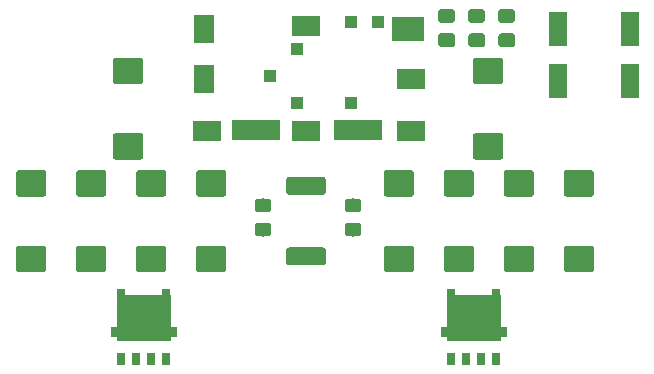
<source format=gbr>
G04 #@! TF.GenerationSoftware,KiCad,Pcbnew,(5.0.1)-3*
G04 #@! TF.CreationDate,2018-11-21T00:41:34-05:00*
G04 #@! TF.ProjectId,SMA_Driver_V1,534D415F4472697665725F56312E6B69,rev?*
G04 #@! TF.SameCoordinates,Original*
G04 #@! TF.FileFunction,Paste,Bot*
G04 #@! TF.FilePolarity,Positive*
%FSLAX46Y46*%
G04 Gerber Fmt 4.6, Leading zero omitted, Abs format (unit mm)*
G04 Created by KiCad (PCBNEW (5.0.1)-3) date 11/21/2018 00:41:34*
%MOMM*%
%LPD*%
G01*
G04 APERTURE LIST*
%ADD10R,0.495000X0.905000*%
%ADD11R,4.560000X3.955000*%
%ADD12R,0.750000X1.000000*%
%ADD13R,0.750000X0.575000*%
%ADD14R,1.730000X2.440000*%
%ADD15R,2.440000X1.730000*%
%ADD16R,4.060000X1.780000*%
%ADD17R,2.790000X2.130000*%
%ADD18R,1.010000X1.010000*%
%ADD19C,0.100000*%
%ADD20C,1.150000*%
%ADD21R,1.600000X3.000000*%
%ADD22C,2.250000*%
%ADD23C,1.525000*%
G04 APERTURE END LIST*
D10*
G04 #@! TO.C,Q1*
X72133671Y-27974508D03*
X67078671Y-27974508D03*
D11*
X69606171Y-26869508D03*
D12*
X67701171Y-30317008D03*
X68971171Y-30317008D03*
X70241171Y-30317008D03*
X71511171Y-30317008D03*
D13*
X67701171Y-24604508D03*
X71511171Y-24604508D03*
G04 #@! TD*
D14*
G04 #@! TO.C,U1*
X46746171Y-2367008D03*
X46746171Y-6567008D03*
D15*
X46996171Y-11007008D03*
D16*
X51196171Y-10907008D03*
D15*
X55386171Y-11007008D03*
D16*
X59826171Y-10907008D03*
D17*
X64016171Y-2397008D03*
D18*
X54616171Y-4027008D03*
D15*
X64276171Y-11007008D03*
X64276171Y-6567008D03*
D18*
X61476171Y-1737008D03*
X59196171Y-1737008D03*
D15*
X55386171Y-2117008D03*
D18*
X54616171Y-8597008D03*
X59196171Y-8597008D03*
X52336171Y-6307008D03*
G04 #@! TD*
D19*
G04 #@! TO.C,C1*
G36*
X72864505Y-687204D02*
X72888773Y-690804D01*
X72912572Y-696765D01*
X72935671Y-705030D01*
X72957850Y-715520D01*
X72978893Y-728132D01*
X72998599Y-742747D01*
X73016777Y-759223D01*
X73033253Y-777401D01*
X73047868Y-797107D01*
X73060480Y-818150D01*
X73070970Y-840329D01*
X73079235Y-863428D01*
X73085196Y-887227D01*
X73088796Y-911495D01*
X73090000Y-935999D01*
X73090000Y-1586001D01*
X73088796Y-1610505D01*
X73085196Y-1634773D01*
X73079235Y-1658572D01*
X73070970Y-1681671D01*
X73060480Y-1703850D01*
X73047868Y-1724893D01*
X73033253Y-1744599D01*
X73016777Y-1762777D01*
X72998599Y-1779253D01*
X72978893Y-1793868D01*
X72957850Y-1806480D01*
X72935671Y-1816970D01*
X72912572Y-1825235D01*
X72888773Y-1831196D01*
X72864505Y-1834796D01*
X72840001Y-1836000D01*
X71939999Y-1836000D01*
X71915495Y-1834796D01*
X71891227Y-1831196D01*
X71867428Y-1825235D01*
X71844329Y-1816970D01*
X71822150Y-1806480D01*
X71801107Y-1793868D01*
X71781401Y-1779253D01*
X71763223Y-1762777D01*
X71746747Y-1744599D01*
X71732132Y-1724893D01*
X71719520Y-1703850D01*
X71709030Y-1681671D01*
X71700765Y-1658572D01*
X71694804Y-1634773D01*
X71691204Y-1610505D01*
X71690000Y-1586001D01*
X71690000Y-935999D01*
X71691204Y-911495D01*
X71694804Y-887227D01*
X71700765Y-863428D01*
X71709030Y-840329D01*
X71719520Y-818150D01*
X71732132Y-797107D01*
X71746747Y-777401D01*
X71763223Y-759223D01*
X71781401Y-742747D01*
X71801107Y-728132D01*
X71822150Y-715520D01*
X71844329Y-705030D01*
X71867428Y-696765D01*
X71891227Y-690804D01*
X71915495Y-687204D01*
X71939999Y-686000D01*
X72840001Y-686000D01*
X72864505Y-687204D01*
X72864505Y-687204D01*
G37*
D20*
X72390000Y-1261000D03*
D19*
G36*
X72864505Y-2737204D02*
X72888773Y-2740804D01*
X72912572Y-2746765D01*
X72935671Y-2755030D01*
X72957850Y-2765520D01*
X72978893Y-2778132D01*
X72998599Y-2792747D01*
X73016777Y-2809223D01*
X73033253Y-2827401D01*
X73047868Y-2847107D01*
X73060480Y-2868150D01*
X73070970Y-2890329D01*
X73079235Y-2913428D01*
X73085196Y-2937227D01*
X73088796Y-2961495D01*
X73090000Y-2985999D01*
X73090000Y-3636001D01*
X73088796Y-3660505D01*
X73085196Y-3684773D01*
X73079235Y-3708572D01*
X73070970Y-3731671D01*
X73060480Y-3753850D01*
X73047868Y-3774893D01*
X73033253Y-3794599D01*
X73016777Y-3812777D01*
X72998599Y-3829253D01*
X72978893Y-3843868D01*
X72957850Y-3856480D01*
X72935671Y-3866970D01*
X72912572Y-3875235D01*
X72888773Y-3881196D01*
X72864505Y-3884796D01*
X72840001Y-3886000D01*
X71939999Y-3886000D01*
X71915495Y-3884796D01*
X71891227Y-3881196D01*
X71867428Y-3875235D01*
X71844329Y-3866970D01*
X71822150Y-3856480D01*
X71801107Y-3843868D01*
X71781401Y-3829253D01*
X71763223Y-3812777D01*
X71746747Y-3794599D01*
X71732132Y-3774893D01*
X71719520Y-3753850D01*
X71709030Y-3731671D01*
X71700765Y-3708572D01*
X71694804Y-3684773D01*
X71691204Y-3660505D01*
X71690000Y-3636001D01*
X71690000Y-2985999D01*
X71691204Y-2961495D01*
X71694804Y-2937227D01*
X71700765Y-2913428D01*
X71709030Y-2890329D01*
X71719520Y-2868150D01*
X71732132Y-2847107D01*
X71746747Y-2827401D01*
X71763223Y-2809223D01*
X71781401Y-2792747D01*
X71801107Y-2778132D01*
X71822150Y-2765520D01*
X71844329Y-2755030D01*
X71867428Y-2746765D01*
X71891227Y-2740804D01*
X71915495Y-2737204D01*
X71939999Y-2736000D01*
X72840001Y-2736000D01*
X72864505Y-2737204D01*
X72864505Y-2737204D01*
G37*
D20*
X72390000Y-3311000D03*
G04 #@! TD*
D19*
G04 #@! TO.C,C2*
G36*
X67784505Y-2728204D02*
X67808773Y-2731804D01*
X67832572Y-2737765D01*
X67855671Y-2746030D01*
X67877850Y-2756520D01*
X67898893Y-2769132D01*
X67918599Y-2783747D01*
X67936777Y-2800223D01*
X67953253Y-2818401D01*
X67967868Y-2838107D01*
X67980480Y-2859150D01*
X67990970Y-2881329D01*
X67999235Y-2904428D01*
X68005196Y-2928227D01*
X68008796Y-2952495D01*
X68010000Y-2976999D01*
X68010000Y-3627001D01*
X68008796Y-3651505D01*
X68005196Y-3675773D01*
X67999235Y-3699572D01*
X67990970Y-3722671D01*
X67980480Y-3744850D01*
X67967868Y-3765893D01*
X67953253Y-3785599D01*
X67936777Y-3803777D01*
X67918599Y-3820253D01*
X67898893Y-3834868D01*
X67877850Y-3847480D01*
X67855671Y-3857970D01*
X67832572Y-3866235D01*
X67808773Y-3872196D01*
X67784505Y-3875796D01*
X67760001Y-3877000D01*
X66859999Y-3877000D01*
X66835495Y-3875796D01*
X66811227Y-3872196D01*
X66787428Y-3866235D01*
X66764329Y-3857970D01*
X66742150Y-3847480D01*
X66721107Y-3834868D01*
X66701401Y-3820253D01*
X66683223Y-3803777D01*
X66666747Y-3785599D01*
X66652132Y-3765893D01*
X66639520Y-3744850D01*
X66629030Y-3722671D01*
X66620765Y-3699572D01*
X66614804Y-3675773D01*
X66611204Y-3651505D01*
X66610000Y-3627001D01*
X66610000Y-2976999D01*
X66611204Y-2952495D01*
X66614804Y-2928227D01*
X66620765Y-2904428D01*
X66629030Y-2881329D01*
X66639520Y-2859150D01*
X66652132Y-2838107D01*
X66666747Y-2818401D01*
X66683223Y-2800223D01*
X66701401Y-2783747D01*
X66721107Y-2769132D01*
X66742150Y-2756520D01*
X66764329Y-2746030D01*
X66787428Y-2737765D01*
X66811227Y-2731804D01*
X66835495Y-2728204D01*
X66859999Y-2727000D01*
X67760001Y-2727000D01*
X67784505Y-2728204D01*
X67784505Y-2728204D01*
G37*
D20*
X67310000Y-3302000D03*
D19*
G36*
X67784505Y-678204D02*
X67808773Y-681804D01*
X67832572Y-687765D01*
X67855671Y-696030D01*
X67877850Y-706520D01*
X67898893Y-719132D01*
X67918599Y-733747D01*
X67936777Y-750223D01*
X67953253Y-768401D01*
X67967868Y-788107D01*
X67980480Y-809150D01*
X67990970Y-831329D01*
X67999235Y-854428D01*
X68005196Y-878227D01*
X68008796Y-902495D01*
X68010000Y-926999D01*
X68010000Y-1577001D01*
X68008796Y-1601505D01*
X68005196Y-1625773D01*
X67999235Y-1649572D01*
X67990970Y-1672671D01*
X67980480Y-1694850D01*
X67967868Y-1715893D01*
X67953253Y-1735599D01*
X67936777Y-1753777D01*
X67918599Y-1770253D01*
X67898893Y-1784868D01*
X67877850Y-1797480D01*
X67855671Y-1807970D01*
X67832572Y-1816235D01*
X67808773Y-1822196D01*
X67784505Y-1825796D01*
X67760001Y-1827000D01*
X66859999Y-1827000D01*
X66835495Y-1825796D01*
X66811227Y-1822196D01*
X66787428Y-1816235D01*
X66764329Y-1807970D01*
X66742150Y-1797480D01*
X66721107Y-1784868D01*
X66701401Y-1770253D01*
X66683223Y-1753777D01*
X66666747Y-1735599D01*
X66652132Y-1715893D01*
X66639520Y-1694850D01*
X66629030Y-1672671D01*
X66620765Y-1649572D01*
X66614804Y-1625773D01*
X66611204Y-1601505D01*
X66610000Y-1577001D01*
X66610000Y-926999D01*
X66611204Y-902495D01*
X66614804Y-878227D01*
X66620765Y-854428D01*
X66629030Y-831329D01*
X66639520Y-809150D01*
X66652132Y-788107D01*
X66666747Y-768401D01*
X66683223Y-750223D01*
X66701401Y-733747D01*
X66721107Y-719132D01*
X66742150Y-706520D01*
X66764329Y-696030D01*
X66787428Y-687765D01*
X66811227Y-681804D01*
X66835495Y-678204D01*
X66859999Y-677000D01*
X67760001Y-677000D01*
X67784505Y-678204D01*
X67784505Y-678204D01*
G37*
D20*
X67310000Y-1252000D03*
G04 #@! TD*
D19*
G04 #@! TO.C,C3*
G36*
X70324505Y-687204D02*
X70348773Y-690804D01*
X70372572Y-696765D01*
X70395671Y-705030D01*
X70417850Y-715520D01*
X70438893Y-728132D01*
X70458599Y-742747D01*
X70476777Y-759223D01*
X70493253Y-777401D01*
X70507868Y-797107D01*
X70520480Y-818150D01*
X70530970Y-840329D01*
X70539235Y-863428D01*
X70545196Y-887227D01*
X70548796Y-911495D01*
X70550000Y-935999D01*
X70550000Y-1586001D01*
X70548796Y-1610505D01*
X70545196Y-1634773D01*
X70539235Y-1658572D01*
X70530970Y-1681671D01*
X70520480Y-1703850D01*
X70507868Y-1724893D01*
X70493253Y-1744599D01*
X70476777Y-1762777D01*
X70458599Y-1779253D01*
X70438893Y-1793868D01*
X70417850Y-1806480D01*
X70395671Y-1816970D01*
X70372572Y-1825235D01*
X70348773Y-1831196D01*
X70324505Y-1834796D01*
X70300001Y-1836000D01*
X69399999Y-1836000D01*
X69375495Y-1834796D01*
X69351227Y-1831196D01*
X69327428Y-1825235D01*
X69304329Y-1816970D01*
X69282150Y-1806480D01*
X69261107Y-1793868D01*
X69241401Y-1779253D01*
X69223223Y-1762777D01*
X69206747Y-1744599D01*
X69192132Y-1724893D01*
X69179520Y-1703850D01*
X69169030Y-1681671D01*
X69160765Y-1658572D01*
X69154804Y-1634773D01*
X69151204Y-1610505D01*
X69150000Y-1586001D01*
X69150000Y-935999D01*
X69151204Y-911495D01*
X69154804Y-887227D01*
X69160765Y-863428D01*
X69169030Y-840329D01*
X69179520Y-818150D01*
X69192132Y-797107D01*
X69206747Y-777401D01*
X69223223Y-759223D01*
X69241401Y-742747D01*
X69261107Y-728132D01*
X69282150Y-715520D01*
X69304329Y-705030D01*
X69327428Y-696765D01*
X69351227Y-690804D01*
X69375495Y-687204D01*
X69399999Y-686000D01*
X70300001Y-686000D01*
X70324505Y-687204D01*
X70324505Y-687204D01*
G37*
D20*
X69850000Y-1261000D03*
D19*
G36*
X70324505Y-2737204D02*
X70348773Y-2740804D01*
X70372572Y-2746765D01*
X70395671Y-2755030D01*
X70417850Y-2765520D01*
X70438893Y-2778132D01*
X70458599Y-2792747D01*
X70476777Y-2809223D01*
X70493253Y-2827401D01*
X70507868Y-2847107D01*
X70520480Y-2868150D01*
X70530970Y-2890329D01*
X70539235Y-2913428D01*
X70545196Y-2937227D01*
X70548796Y-2961495D01*
X70550000Y-2985999D01*
X70550000Y-3636001D01*
X70548796Y-3660505D01*
X70545196Y-3684773D01*
X70539235Y-3708572D01*
X70530970Y-3731671D01*
X70520480Y-3753850D01*
X70507868Y-3774893D01*
X70493253Y-3794599D01*
X70476777Y-3812777D01*
X70458599Y-3829253D01*
X70438893Y-3843868D01*
X70417850Y-3856480D01*
X70395671Y-3866970D01*
X70372572Y-3875235D01*
X70348773Y-3881196D01*
X70324505Y-3884796D01*
X70300001Y-3886000D01*
X69399999Y-3886000D01*
X69375495Y-3884796D01*
X69351227Y-3881196D01*
X69327428Y-3875235D01*
X69304329Y-3866970D01*
X69282150Y-3856480D01*
X69261107Y-3843868D01*
X69241401Y-3829253D01*
X69223223Y-3812777D01*
X69206747Y-3794599D01*
X69192132Y-3774893D01*
X69179520Y-3753850D01*
X69169030Y-3731671D01*
X69160765Y-3708572D01*
X69154804Y-3684773D01*
X69151204Y-3660505D01*
X69150000Y-3636001D01*
X69150000Y-2985999D01*
X69151204Y-2961495D01*
X69154804Y-2937227D01*
X69160765Y-2913428D01*
X69169030Y-2890329D01*
X69179520Y-2868150D01*
X69192132Y-2847107D01*
X69206747Y-2827401D01*
X69223223Y-2809223D01*
X69241401Y-2792747D01*
X69261107Y-2778132D01*
X69282150Y-2765520D01*
X69304329Y-2755030D01*
X69327428Y-2746765D01*
X69351227Y-2740804D01*
X69375495Y-2737204D01*
X69399999Y-2736000D01*
X70300001Y-2736000D01*
X70324505Y-2737204D01*
X70324505Y-2737204D01*
G37*
D20*
X69850000Y-3311000D03*
G04 #@! TD*
D19*
G04 #@! TO.C,C6*
G36*
X52239705Y-16714604D02*
X52263973Y-16718204D01*
X52287772Y-16724165D01*
X52310871Y-16732430D01*
X52333050Y-16742920D01*
X52354093Y-16755532D01*
X52373799Y-16770147D01*
X52391977Y-16786623D01*
X52408453Y-16804801D01*
X52423068Y-16824507D01*
X52435680Y-16845550D01*
X52446170Y-16867729D01*
X52454435Y-16890828D01*
X52460396Y-16914627D01*
X52463996Y-16938895D01*
X52465200Y-16963399D01*
X52465200Y-17613401D01*
X52463996Y-17637905D01*
X52460396Y-17662173D01*
X52454435Y-17685972D01*
X52446170Y-17709071D01*
X52435680Y-17731250D01*
X52423068Y-17752293D01*
X52408453Y-17771999D01*
X52391977Y-17790177D01*
X52373799Y-17806653D01*
X52354093Y-17821268D01*
X52333050Y-17833880D01*
X52310871Y-17844370D01*
X52287772Y-17852635D01*
X52263973Y-17858596D01*
X52239705Y-17862196D01*
X52215201Y-17863400D01*
X51315199Y-17863400D01*
X51290695Y-17862196D01*
X51266427Y-17858596D01*
X51242628Y-17852635D01*
X51219529Y-17844370D01*
X51197350Y-17833880D01*
X51176307Y-17821268D01*
X51156601Y-17806653D01*
X51138423Y-17790177D01*
X51121947Y-17771999D01*
X51107332Y-17752293D01*
X51094720Y-17731250D01*
X51084230Y-17709071D01*
X51075965Y-17685972D01*
X51070004Y-17662173D01*
X51066404Y-17637905D01*
X51065200Y-17613401D01*
X51065200Y-16963399D01*
X51066404Y-16938895D01*
X51070004Y-16914627D01*
X51075965Y-16890828D01*
X51084230Y-16867729D01*
X51094720Y-16845550D01*
X51107332Y-16824507D01*
X51121947Y-16804801D01*
X51138423Y-16786623D01*
X51156601Y-16770147D01*
X51176307Y-16755532D01*
X51197350Y-16742920D01*
X51219529Y-16732430D01*
X51242628Y-16724165D01*
X51266427Y-16718204D01*
X51290695Y-16714604D01*
X51315199Y-16713400D01*
X52215201Y-16713400D01*
X52239705Y-16714604D01*
X52239705Y-16714604D01*
G37*
D20*
X51765200Y-17288400D03*
D19*
G36*
X52239705Y-18764604D02*
X52263973Y-18768204D01*
X52287772Y-18774165D01*
X52310871Y-18782430D01*
X52333050Y-18792920D01*
X52354093Y-18805532D01*
X52373799Y-18820147D01*
X52391977Y-18836623D01*
X52408453Y-18854801D01*
X52423068Y-18874507D01*
X52435680Y-18895550D01*
X52446170Y-18917729D01*
X52454435Y-18940828D01*
X52460396Y-18964627D01*
X52463996Y-18988895D01*
X52465200Y-19013399D01*
X52465200Y-19663401D01*
X52463996Y-19687905D01*
X52460396Y-19712173D01*
X52454435Y-19735972D01*
X52446170Y-19759071D01*
X52435680Y-19781250D01*
X52423068Y-19802293D01*
X52408453Y-19821999D01*
X52391977Y-19840177D01*
X52373799Y-19856653D01*
X52354093Y-19871268D01*
X52333050Y-19883880D01*
X52310871Y-19894370D01*
X52287772Y-19902635D01*
X52263973Y-19908596D01*
X52239705Y-19912196D01*
X52215201Y-19913400D01*
X51315199Y-19913400D01*
X51290695Y-19912196D01*
X51266427Y-19908596D01*
X51242628Y-19902635D01*
X51219529Y-19894370D01*
X51197350Y-19883880D01*
X51176307Y-19871268D01*
X51156601Y-19856653D01*
X51138423Y-19840177D01*
X51121947Y-19821999D01*
X51107332Y-19802293D01*
X51094720Y-19781250D01*
X51084230Y-19759071D01*
X51075965Y-19735972D01*
X51070004Y-19712173D01*
X51066404Y-19687905D01*
X51065200Y-19663401D01*
X51065200Y-19013399D01*
X51066404Y-18988895D01*
X51070004Y-18964627D01*
X51075965Y-18940828D01*
X51084230Y-18917729D01*
X51094720Y-18895550D01*
X51107332Y-18874507D01*
X51121947Y-18854801D01*
X51138423Y-18836623D01*
X51156601Y-18820147D01*
X51176307Y-18805532D01*
X51197350Y-18792920D01*
X51219529Y-18782430D01*
X51242628Y-18774165D01*
X51266427Y-18768204D01*
X51290695Y-18764604D01*
X51315199Y-18763400D01*
X52215201Y-18763400D01*
X52239705Y-18764604D01*
X52239705Y-18764604D01*
G37*
D20*
X51765200Y-19338400D03*
G04 #@! TD*
D19*
G04 #@! TO.C,C7*
G36*
X59859705Y-18764604D02*
X59883973Y-18768204D01*
X59907772Y-18774165D01*
X59930871Y-18782430D01*
X59953050Y-18792920D01*
X59974093Y-18805532D01*
X59993799Y-18820147D01*
X60011977Y-18836623D01*
X60028453Y-18854801D01*
X60043068Y-18874507D01*
X60055680Y-18895550D01*
X60066170Y-18917729D01*
X60074435Y-18940828D01*
X60080396Y-18964627D01*
X60083996Y-18988895D01*
X60085200Y-19013399D01*
X60085200Y-19663401D01*
X60083996Y-19687905D01*
X60080396Y-19712173D01*
X60074435Y-19735972D01*
X60066170Y-19759071D01*
X60055680Y-19781250D01*
X60043068Y-19802293D01*
X60028453Y-19821999D01*
X60011977Y-19840177D01*
X59993799Y-19856653D01*
X59974093Y-19871268D01*
X59953050Y-19883880D01*
X59930871Y-19894370D01*
X59907772Y-19902635D01*
X59883973Y-19908596D01*
X59859705Y-19912196D01*
X59835201Y-19913400D01*
X58935199Y-19913400D01*
X58910695Y-19912196D01*
X58886427Y-19908596D01*
X58862628Y-19902635D01*
X58839529Y-19894370D01*
X58817350Y-19883880D01*
X58796307Y-19871268D01*
X58776601Y-19856653D01*
X58758423Y-19840177D01*
X58741947Y-19821999D01*
X58727332Y-19802293D01*
X58714720Y-19781250D01*
X58704230Y-19759071D01*
X58695965Y-19735972D01*
X58690004Y-19712173D01*
X58686404Y-19687905D01*
X58685200Y-19663401D01*
X58685200Y-19013399D01*
X58686404Y-18988895D01*
X58690004Y-18964627D01*
X58695965Y-18940828D01*
X58704230Y-18917729D01*
X58714720Y-18895550D01*
X58727332Y-18874507D01*
X58741947Y-18854801D01*
X58758423Y-18836623D01*
X58776601Y-18820147D01*
X58796307Y-18805532D01*
X58817350Y-18792920D01*
X58839529Y-18782430D01*
X58862628Y-18774165D01*
X58886427Y-18768204D01*
X58910695Y-18764604D01*
X58935199Y-18763400D01*
X59835201Y-18763400D01*
X59859705Y-18764604D01*
X59859705Y-18764604D01*
G37*
D20*
X59385200Y-19338400D03*
D19*
G36*
X59859705Y-16714604D02*
X59883973Y-16718204D01*
X59907772Y-16724165D01*
X59930871Y-16732430D01*
X59953050Y-16742920D01*
X59974093Y-16755532D01*
X59993799Y-16770147D01*
X60011977Y-16786623D01*
X60028453Y-16804801D01*
X60043068Y-16824507D01*
X60055680Y-16845550D01*
X60066170Y-16867729D01*
X60074435Y-16890828D01*
X60080396Y-16914627D01*
X60083996Y-16938895D01*
X60085200Y-16963399D01*
X60085200Y-17613401D01*
X60083996Y-17637905D01*
X60080396Y-17662173D01*
X60074435Y-17685972D01*
X60066170Y-17709071D01*
X60055680Y-17731250D01*
X60043068Y-17752293D01*
X60028453Y-17771999D01*
X60011977Y-17790177D01*
X59993799Y-17806653D01*
X59974093Y-17821268D01*
X59953050Y-17833880D01*
X59930871Y-17844370D01*
X59907772Y-17852635D01*
X59883973Y-17858596D01*
X59859705Y-17862196D01*
X59835201Y-17863400D01*
X58935199Y-17863400D01*
X58910695Y-17862196D01*
X58886427Y-17858596D01*
X58862628Y-17852635D01*
X58839529Y-17844370D01*
X58817350Y-17833880D01*
X58796307Y-17821268D01*
X58776601Y-17806653D01*
X58758423Y-17790177D01*
X58741947Y-17771999D01*
X58727332Y-17752293D01*
X58714720Y-17731250D01*
X58704230Y-17709071D01*
X58695965Y-17685972D01*
X58690004Y-17662173D01*
X58686404Y-17637905D01*
X58685200Y-17613401D01*
X58685200Y-16963399D01*
X58686404Y-16938895D01*
X58690004Y-16914627D01*
X58695965Y-16890828D01*
X58704230Y-16867729D01*
X58714720Y-16845550D01*
X58727332Y-16824507D01*
X58741947Y-16804801D01*
X58758423Y-16786623D01*
X58776601Y-16770147D01*
X58796307Y-16755532D01*
X58817350Y-16742920D01*
X58839529Y-16732430D01*
X58862628Y-16724165D01*
X58886427Y-16718204D01*
X58910695Y-16714604D01*
X58935199Y-16713400D01*
X59835201Y-16713400D01*
X59859705Y-16714604D01*
X59859705Y-16714604D01*
G37*
D20*
X59385200Y-17288400D03*
G04 #@! TD*
D21*
G04 #@! TO.C,C8*
X76708000Y-6772000D03*
X76708000Y-2372000D03*
G04 #@! TD*
G04 #@! TO.C,C9*
X82804000Y-2372000D03*
X82804000Y-6772000D03*
G04 #@! TD*
D19*
G04 #@! TO.C,C13*
G36*
X79545676Y-14303212D02*
X79569944Y-14306812D01*
X79593743Y-14312773D01*
X79616842Y-14321038D01*
X79639021Y-14331528D01*
X79660064Y-14344140D01*
X79679770Y-14358755D01*
X79697948Y-14375231D01*
X79714424Y-14393409D01*
X79729039Y-14413115D01*
X79741651Y-14434158D01*
X79752141Y-14456337D01*
X79760406Y-14479436D01*
X79766367Y-14503235D01*
X79769967Y-14527503D01*
X79771171Y-14552007D01*
X79771171Y-16302009D01*
X79769967Y-16326513D01*
X79766367Y-16350781D01*
X79760406Y-16374580D01*
X79752141Y-16397679D01*
X79741651Y-16419858D01*
X79729039Y-16440901D01*
X79714424Y-16460607D01*
X79697948Y-16478785D01*
X79679770Y-16495261D01*
X79660064Y-16509876D01*
X79639021Y-16522488D01*
X79616842Y-16532978D01*
X79593743Y-16541243D01*
X79569944Y-16547204D01*
X79545676Y-16550804D01*
X79521172Y-16552008D01*
X77471170Y-16552008D01*
X77446666Y-16550804D01*
X77422398Y-16547204D01*
X77398599Y-16541243D01*
X77375500Y-16532978D01*
X77353321Y-16522488D01*
X77332278Y-16509876D01*
X77312572Y-16495261D01*
X77294394Y-16478785D01*
X77277918Y-16460607D01*
X77263303Y-16440901D01*
X77250691Y-16419858D01*
X77240201Y-16397679D01*
X77231936Y-16374580D01*
X77225975Y-16350781D01*
X77222375Y-16326513D01*
X77221171Y-16302009D01*
X77221171Y-14552007D01*
X77222375Y-14527503D01*
X77225975Y-14503235D01*
X77231936Y-14479436D01*
X77240201Y-14456337D01*
X77250691Y-14434158D01*
X77263303Y-14413115D01*
X77277918Y-14393409D01*
X77294394Y-14375231D01*
X77312572Y-14358755D01*
X77332278Y-14344140D01*
X77353321Y-14331528D01*
X77375500Y-14321038D01*
X77398599Y-14312773D01*
X77422398Y-14306812D01*
X77446666Y-14303212D01*
X77471170Y-14302008D01*
X79521172Y-14302008D01*
X79545676Y-14303212D01*
X79545676Y-14303212D01*
G37*
D22*
X78496171Y-15427008D03*
D19*
G36*
X79545676Y-20703212D02*
X79569944Y-20706812D01*
X79593743Y-20712773D01*
X79616842Y-20721038D01*
X79639021Y-20731528D01*
X79660064Y-20744140D01*
X79679770Y-20758755D01*
X79697948Y-20775231D01*
X79714424Y-20793409D01*
X79729039Y-20813115D01*
X79741651Y-20834158D01*
X79752141Y-20856337D01*
X79760406Y-20879436D01*
X79766367Y-20903235D01*
X79769967Y-20927503D01*
X79771171Y-20952007D01*
X79771171Y-22702009D01*
X79769967Y-22726513D01*
X79766367Y-22750781D01*
X79760406Y-22774580D01*
X79752141Y-22797679D01*
X79741651Y-22819858D01*
X79729039Y-22840901D01*
X79714424Y-22860607D01*
X79697948Y-22878785D01*
X79679770Y-22895261D01*
X79660064Y-22909876D01*
X79639021Y-22922488D01*
X79616842Y-22932978D01*
X79593743Y-22941243D01*
X79569944Y-22947204D01*
X79545676Y-22950804D01*
X79521172Y-22952008D01*
X77471170Y-22952008D01*
X77446666Y-22950804D01*
X77422398Y-22947204D01*
X77398599Y-22941243D01*
X77375500Y-22932978D01*
X77353321Y-22922488D01*
X77332278Y-22909876D01*
X77312572Y-22895261D01*
X77294394Y-22878785D01*
X77277918Y-22860607D01*
X77263303Y-22840901D01*
X77250691Y-22819858D01*
X77240201Y-22797679D01*
X77231936Y-22774580D01*
X77225975Y-22750781D01*
X77222375Y-22726513D01*
X77221171Y-22702009D01*
X77221171Y-20952007D01*
X77222375Y-20927503D01*
X77225975Y-20903235D01*
X77231936Y-20879436D01*
X77240201Y-20856337D01*
X77250691Y-20834158D01*
X77263303Y-20813115D01*
X77277918Y-20793409D01*
X77294394Y-20775231D01*
X77312572Y-20758755D01*
X77332278Y-20744140D01*
X77353321Y-20731528D01*
X77375500Y-20721038D01*
X77398599Y-20712773D01*
X77422398Y-20706812D01*
X77446666Y-20703212D01*
X77471170Y-20702008D01*
X79521172Y-20702008D01*
X79545676Y-20703212D01*
X79545676Y-20703212D01*
G37*
D22*
X78496171Y-21827008D03*
G04 #@! TD*
D19*
G04 #@! TO.C,C14*
G36*
X74465676Y-14303212D02*
X74489944Y-14306812D01*
X74513743Y-14312773D01*
X74536842Y-14321038D01*
X74559021Y-14331528D01*
X74580064Y-14344140D01*
X74599770Y-14358755D01*
X74617948Y-14375231D01*
X74634424Y-14393409D01*
X74649039Y-14413115D01*
X74661651Y-14434158D01*
X74672141Y-14456337D01*
X74680406Y-14479436D01*
X74686367Y-14503235D01*
X74689967Y-14527503D01*
X74691171Y-14552007D01*
X74691171Y-16302009D01*
X74689967Y-16326513D01*
X74686367Y-16350781D01*
X74680406Y-16374580D01*
X74672141Y-16397679D01*
X74661651Y-16419858D01*
X74649039Y-16440901D01*
X74634424Y-16460607D01*
X74617948Y-16478785D01*
X74599770Y-16495261D01*
X74580064Y-16509876D01*
X74559021Y-16522488D01*
X74536842Y-16532978D01*
X74513743Y-16541243D01*
X74489944Y-16547204D01*
X74465676Y-16550804D01*
X74441172Y-16552008D01*
X72391170Y-16552008D01*
X72366666Y-16550804D01*
X72342398Y-16547204D01*
X72318599Y-16541243D01*
X72295500Y-16532978D01*
X72273321Y-16522488D01*
X72252278Y-16509876D01*
X72232572Y-16495261D01*
X72214394Y-16478785D01*
X72197918Y-16460607D01*
X72183303Y-16440901D01*
X72170691Y-16419858D01*
X72160201Y-16397679D01*
X72151936Y-16374580D01*
X72145975Y-16350781D01*
X72142375Y-16326513D01*
X72141171Y-16302009D01*
X72141171Y-14552007D01*
X72142375Y-14527503D01*
X72145975Y-14503235D01*
X72151936Y-14479436D01*
X72160201Y-14456337D01*
X72170691Y-14434158D01*
X72183303Y-14413115D01*
X72197918Y-14393409D01*
X72214394Y-14375231D01*
X72232572Y-14358755D01*
X72252278Y-14344140D01*
X72273321Y-14331528D01*
X72295500Y-14321038D01*
X72318599Y-14312773D01*
X72342398Y-14306812D01*
X72366666Y-14303212D01*
X72391170Y-14302008D01*
X74441172Y-14302008D01*
X74465676Y-14303212D01*
X74465676Y-14303212D01*
G37*
D22*
X73416171Y-15427008D03*
D19*
G36*
X74465676Y-20703212D02*
X74489944Y-20706812D01*
X74513743Y-20712773D01*
X74536842Y-20721038D01*
X74559021Y-20731528D01*
X74580064Y-20744140D01*
X74599770Y-20758755D01*
X74617948Y-20775231D01*
X74634424Y-20793409D01*
X74649039Y-20813115D01*
X74661651Y-20834158D01*
X74672141Y-20856337D01*
X74680406Y-20879436D01*
X74686367Y-20903235D01*
X74689967Y-20927503D01*
X74691171Y-20952007D01*
X74691171Y-22702009D01*
X74689967Y-22726513D01*
X74686367Y-22750781D01*
X74680406Y-22774580D01*
X74672141Y-22797679D01*
X74661651Y-22819858D01*
X74649039Y-22840901D01*
X74634424Y-22860607D01*
X74617948Y-22878785D01*
X74599770Y-22895261D01*
X74580064Y-22909876D01*
X74559021Y-22922488D01*
X74536842Y-22932978D01*
X74513743Y-22941243D01*
X74489944Y-22947204D01*
X74465676Y-22950804D01*
X74441172Y-22952008D01*
X72391170Y-22952008D01*
X72366666Y-22950804D01*
X72342398Y-22947204D01*
X72318599Y-22941243D01*
X72295500Y-22932978D01*
X72273321Y-22922488D01*
X72252278Y-22909876D01*
X72232572Y-22895261D01*
X72214394Y-22878785D01*
X72197918Y-22860607D01*
X72183303Y-22840901D01*
X72170691Y-22819858D01*
X72160201Y-22797679D01*
X72151936Y-22774580D01*
X72145975Y-22750781D01*
X72142375Y-22726513D01*
X72141171Y-22702009D01*
X72141171Y-20952007D01*
X72142375Y-20927503D01*
X72145975Y-20903235D01*
X72151936Y-20879436D01*
X72160201Y-20856337D01*
X72170691Y-20834158D01*
X72183303Y-20813115D01*
X72197918Y-20793409D01*
X72214394Y-20775231D01*
X72232572Y-20758755D01*
X72252278Y-20744140D01*
X72273321Y-20731528D01*
X72295500Y-20721038D01*
X72318599Y-20712773D01*
X72342398Y-20706812D01*
X72366666Y-20703212D01*
X72391170Y-20702008D01*
X74441172Y-20702008D01*
X74465676Y-20703212D01*
X74465676Y-20703212D01*
G37*
D22*
X73416171Y-21827008D03*
G04 #@! TD*
D19*
G04 #@! TO.C,C15*
G36*
X69385676Y-14303212D02*
X69409944Y-14306812D01*
X69433743Y-14312773D01*
X69456842Y-14321038D01*
X69479021Y-14331528D01*
X69500064Y-14344140D01*
X69519770Y-14358755D01*
X69537948Y-14375231D01*
X69554424Y-14393409D01*
X69569039Y-14413115D01*
X69581651Y-14434158D01*
X69592141Y-14456337D01*
X69600406Y-14479436D01*
X69606367Y-14503235D01*
X69609967Y-14527503D01*
X69611171Y-14552007D01*
X69611171Y-16302009D01*
X69609967Y-16326513D01*
X69606367Y-16350781D01*
X69600406Y-16374580D01*
X69592141Y-16397679D01*
X69581651Y-16419858D01*
X69569039Y-16440901D01*
X69554424Y-16460607D01*
X69537948Y-16478785D01*
X69519770Y-16495261D01*
X69500064Y-16509876D01*
X69479021Y-16522488D01*
X69456842Y-16532978D01*
X69433743Y-16541243D01*
X69409944Y-16547204D01*
X69385676Y-16550804D01*
X69361172Y-16552008D01*
X67311170Y-16552008D01*
X67286666Y-16550804D01*
X67262398Y-16547204D01*
X67238599Y-16541243D01*
X67215500Y-16532978D01*
X67193321Y-16522488D01*
X67172278Y-16509876D01*
X67152572Y-16495261D01*
X67134394Y-16478785D01*
X67117918Y-16460607D01*
X67103303Y-16440901D01*
X67090691Y-16419858D01*
X67080201Y-16397679D01*
X67071936Y-16374580D01*
X67065975Y-16350781D01*
X67062375Y-16326513D01*
X67061171Y-16302009D01*
X67061171Y-14552007D01*
X67062375Y-14527503D01*
X67065975Y-14503235D01*
X67071936Y-14479436D01*
X67080201Y-14456337D01*
X67090691Y-14434158D01*
X67103303Y-14413115D01*
X67117918Y-14393409D01*
X67134394Y-14375231D01*
X67152572Y-14358755D01*
X67172278Y-14344140D01*
X67193321Y-14331528D01*
X67215500Y-14321038D01*
X67238599Y-14312773D01*
X67262398Y-14306812D01*
X67286666Y-14303212D01*
X67311170Y-14302008D01*
X69361172Y-14302008D01*
X69385676Y-14303212D01*
X69385676Y-14303212D01*
G37*
D22*
X68336171Y-15427008D03*
D19*
G36*
X69385676Y-20703212D02*
X69409944Y-20706812D01*
X69433743Y-20712773D01*
X69456842Y-20721038D01*
X69479021Y-20731528D01*
X69500064Y-20744140D01*
X69519770Y-20758755D01*
X69537948Y-20775231D01*
X69554424Y-20793409D01*
X69569039Y-20813115D01*
X69581651Y-20834158D01*
X69592141Y-20856337D01*
X69600406Y-20879436D01*
X69606367Y-20903235D01*
X69609967Y-20927503D01*
X69611171Y-20952007D01*
X69611171Y-22702009D01*
X69609967Y-22726513D01*
X69606367Y-22750781D01*
X69600406Y-22774580D01*
X69592141Y-22797679D01*
X69581651Y-22819858D01*
X69569039Y-22840901D01*
X69554424Y-22860607D01*
X69537948Y-22878785D01*
X69519770Y-22895261D01*
X69500064Y-22909876D01*
X69479021Y-22922488D01*
X69456842Y-22932978D01*
X69433743Y-22941243D01*
X69409944Y-22947204D01*
X69385676Y-22950804D01*
X69361172Y-22952008D01*
X67311170Y-22952008D01*
X67286666Y-22950804D01*
X67262398Y-22947204D01*
X67238599Y-22941243D01*
X67215500Y-22932978D01*
X67193321Y-22922488D01*
X67172278Y-22909876D01*
X67152572Y-22895261D01*
X67134394Y-22878785D01*
X67117918Y-22860607D01*
X67103303Y-22840901D01*
X67090691Y-22819858D01*
X67080201Y-22797679D01*
X67071936Y-22774580D01*
X67065975Y-22750781D01*
X67062375Y-22726513D01*
X67061171Y-22702009D01*
X67061171Y-20952007D01*
X67062375Y-20927503D01*
X67065975Y-20903235D01*
X67071936Y-20879436D01*
X67080201Y-20856337D01*
X67090691Y-20834158D01*
X67103303Y-20813115D01*
X67117918Y-20793409D01*
X67134394Y-20775231D01*
X67152572Y-20758755D01*
X67172278Y-20744140D01*
X67193321Y-20731528D01*
X67215500Y-20721038D01*
X67238599Y-20712773D01*
X67262398Y-20706812D01*
X67286666Y-20703212D01*
X67311170Y-20702008D01*
X69361172Y-20702008D01*
X69385676Y-20703212D01*
X69385676Y-20703212D01*
G37*
D22*
X68336171Y-21827008D03*
G04 #@! TD*
D19*
G04 #@! TO.C,C17*
G36*
X64305676Y-20703212D02*
X64329944Y-20706812D01*
X64353743Y-20712773D01*
X64376842Y-20721038D01*
X64399021Y-20731528D01*
X64420064Y-20744140D01*
X64439770Y-20758755D01*
X64457948Y-20775231D01*
X64474424Y-20793409D01*
X64489039Y-20813115D01*
X64501651Y-20834158D01*
X64512141Y-20856337D01*
X64520406Y-20879436D01*
X64526367Y-20903235D01*
X64529967Y-20927503D01*
X64531171Y-20952007D01*
X64531171Y-22702009D01*
X64529967Y-22726513D01*
X64526367Y-22750781D01*
X64520406Y-22774580D01*
X64512141Y-22797679D01*
X64501651Y-22819858D01*
X64489039Y-22840901D01*
X64474424Y-22860607D01*
X64457948Y-22878785D01*
X64439770Y-22895261D01*
X64420064Y-22909876D01*
X64399021Y-22922488D01*
X64376842Y-22932978D01*
X64353743Y-22941243D01*
X64329944Y-22947204D01*
X64305676Y-22950804D01*
X64281172Y-22952008D01*
X62231170Y-22952008D01*
X62206666Y-22950804D01*
X62182398Y-22947204D01*
X62158599Y-22941243D01*
X62135500Y-22932978D01*
X62113321Y-22922488D01*
X62092278Y-22909876D01*
X62072572Y-22895261D01*
X62054394Y-22878785D01*
X62037918Y-22860607D01*
X62023303Y-22840901D01*
X62010691Y-22819858D01*
X62000201Y-22797679D01*
X61991936Y-22774580D01*
X61985975Y-22750781D01*
X61982375Y-22726513D01*
X61981171Y-22702009D01*
X61981171Y-20952007D01*
X61982375Y-20927503D01*
X61985975Y-20903235D01*
X61991936Y-20879436D01*
X62000201Y-20856337D01*
X62010691Y-20834158D01*
X62023303Y-20813115D01*
X62037918Y-20793409D01*
X62054394Y-20775231D01*
X62072572Y-20758755D01*
X62092278Y-20744140D01*
X62113321Y-20731528D01*
X62135500Y-20721038D01*
X62158599Y-20712773D01*
X62182398Y-20706812D01*
X62206666Y-20703212D01*
X62231170Y-20702008D01*
X64281172Y-20702008D01*
X64305676Y-20703212D01*
X64305676Y-20703212D01*
G37*
D22*
X63256171Y-21827008D03*
D19*
G36*
X64305676Y-14303212D02*
X64329944Y-14306812D01*
X64353743Y-14312773D01*
X64376842Y-14321038D01*
X64399021Y-14331528D01*
X64420064Y-14344140D01*
X64439770Y-14358755D01*
X64457948Y-14375231D01*
X64474424Y-14393409D01*
X64489039Y-14413115D01*
X64501651Y-14434158D01*
X64512141Y-14456337D01*
X64520406Y-14479436D01*
X64526367Y-14503235D01*
X64529967Y-14527503D01*
X64531171Y-14552007D01*
X64531171Y-16302009D01*
X64529967Y-16326513D01*
X64526367Y-16350781D01*
X64520406Y-16374580D01*
X64512141Y-16397679D01*
X64501651Y-16419858D01*
X64489039Y-16440901D01*
X64474424Y-16460607D01*
X64457948Y-16478785D01*
X64439770Y-16495261D01*
X64420064Y-16509876D01*
X64399021Y-16522488D01*
X64376842Y-16532978D01*
X64353743Y-16541243D01*
X64329944Y-16547204D01*
X64305676Y-16550804D01*
X64281172Y-16552008D01*
X62231170Y-16552008D01*
X62206666Y-16550804D01*
X62182398Y-16547204D01*
X62158599Y-16541243D01*
X62135500Y-16532978D01*
X62113321Y-16522488D01*
X62092278Y-16509876D01*
X62072572Y-16495261D01*
X62054394Y-16478785D01*
X62037918Y-16460607D01*
X62023303Y-16440901D01*
X62010691Y-16419858D01*
X62000201Y-16397679D01*
X61991936Y-16374580D01*
X61985975Y-16350781D01*
X61982375Y-16326513D01*
X61981171Y-16302009D01*
X61981171Y-14552007D01*
X61982375Y-14527503D01*
X61985975Y-14503235D01*
X61991936Y-14479436D01*
X62000201Y-14456337D01*
X62010691Y-14434158D01*
X62023303Y-14413115D01*
X62037918Y-14393409D01*
X62054394Y-14375231D01*
X62072572Y-14358755D01*
X62092278Y-14344140D01*
X62113321Y-14331528D01*
X62135500Y-14321038D01*
X62158599Y-14312773D01*
X62182398Y-14306812D01*
X62206666Y-14303212D01*
X62231170Y-14302008D01*
X64281172Y-14302008D01*
X64305676Y-14303212D01*
X64305676Y-14303212D01*
G37*
D22*
X63256171Y-15427008D03*
G04 #@! TD*
D19*
G04 #@! TO.C,C18*
G36*
X41384705Y-4778212D02*
X41408973Y-4781812D01*
X41432772Y-4787773D01*
X41455871Y-4796038D01*
X41478050Y-4806528D01*
X41499093Y-4819140D01*
X41518799Y-4833755D01*
X41536977Y-4850231D01*
X41553453Y-4868409D01*
X41568068Y-4888115D01*
X41580680Y-4909158D01*
X41591170Y-4931337D01*
X41599435Y-4954436D01*
X41605396Y-4978235D01*
X41608996Y-5002503D01*
X41610200Y-5027007D01*
X41610200Y-6777009D01*
X41608996Y-6801513D01*
X41605396Y-6825781D01*
X41599435Y-6849580D01*
X41591170Y-6872679D01*
X41580680Y-6894858D01*
X41568068Y-6915901D01*
X41553453Y-6935607D01*
X41536977Y-6953785D01*
X41518799Y-6970261D01*
X41499093Y-6984876D01*
X41478050Y-6997488D01*
X41455871Y-7007978D01*
X41432772Y-7016243D01*
X41408973Y-7022204D01*
X41384705Y-7025804D01*
X41360201Y-7027008D01*
X39310199Y-7027008D01*
X39285695Y-7025804D01*
X39261427Y-7022204D01*
X39237628Y-7016243D01*
X39214529Y-7007978D01*
X39192350Y-6997488D01*
X39171307Y-6984876D01*
X39151601Y-6970261D01*
X39133423Y-6953785D01*
X39116947Y-6935607D01*
X39102332Y-6915901D01*
X39089720Y-6894858D01*
X39079230Y-6872679D01*
X39070965Y-6849580D01*
X39065004Y-6825781D01*
X39061404Y-6801513D01*
X39060200Y-6777009D01*
X39060200Y-5027007D01*
X39061404Y-5002503D01*
X39065004Y-4978235D01*
X39070965Y-4954436D01*
X39079230Y-4931337D01*
X39089720Y-4909158D01*
X39102332Y-4888115D01*
X39116947Y-4868409D01*
X39133423Y-4850231D01*
X39151601Y-4833755D01*
X39171307Y-4819140D01*
X39192350Y-4806528D01*
X39214529Y-4796038D01*
X39237628Y-4787773D01*
X39261427Y-4781812D01*
X39285695Y-4778212D01*
X39310199Y-4777008D01*
X41360201Y-4777008D01*
X41384705Y-4778212D01*
X41384705Y-4778212D01*
G37*
D22*
X40335200Y-5902008D03*
D19*
G36*
X41384705Y-11178212D02*
X41408973Y-11181812D01*
X41432772Y-11187773D01*
X41455871Y-11196038D01*
X41478050Y-11206528D01*
X41499093Y-11219140D01*
X41518799Y-11233755D01*
X41536977Y-11250231D01*
X41553453Y-11268409D01*
X41568068Y-11288115D01*
X41580680Y-11309158D01*
X41591170Y-11331337D01*
X41599435Y-11354436D01*
X41605396Y-11378235D01*
X41608996Y-11402503D01*
X41610200Y-11427007D01*
X41610200Y-13177009D01*
X41608996Y-13201513D01*
X41605396Y-13225781D01*
X41599435Y-13249580D01*
X41591170Y-13272679D01*
X41580680Y-13294858D01*
X41568068Y-13315901D01*
X41553453Y-13335607D01*
X41536977Y-13353785D01*
X41518799Y-13370261D01*
X41499093Y-13384876D01*
X41478050Y-13397488D01*
X41455871Y-13407978D01*
X41432772Y-13416243D01*
X41408973Y-13422204D01*
X41384705Y-13425804D01*
X41360201Y-13427008D01*
X39310199Y-13427008D01*
X39285695Y-13425804D01*
X39261427Y-13422204D01*
X39237628Y-13416243D01*
X39214529Y-13407978D01*
X39192350Y-13397488D01*
X39171307Y-13384876D01*
X39151601Y-13370261D01*
X39133423Y-13353785D01*
X39116947Y-13335607D01*
X39102332Y-13315901D01*
X39089720Y-13294858D01*
X39079230Y-13272679D01*
X39070965Y-13249580D01*
X39065004Y-13225781D01*
X39061404Y-13201513D01*
X39060200Y-13177009D01*
X39060200Y-11427007D01*
X39061404Y-11402503D01*
X39065004Y-11378235D01*
X39070965Y-11354436D01*
X39079230Y-11331337D01*
X39089720Y-11309158D01*
X39102332Y-11288115D01*
X39116947Y-11268409D01*
X39133423Y-11250231D01*
X39151601Y-11233755D01*
X39171307Y-11219140D01*
X39192350Y-11206528D01*
X39214529Y-11196038D01*
X39237628Y-11187773D01*
X39261427Y-11181812D01*
X39285695Y-11178212D01*
X39310199Y-11177008D01*
X41360201Y-11177008D01*
X41384705Y-11178212D01*
X41384705Y-11178212D01*
G37*
D22*
X40335200Y-12302008D03*
G04 #@! TD*
D19*
G04 #@! TO.C,C19*
G36*
X71864705Y-11178212D02*
X71888973Y-11181812D01*
X71912772Y-11187773D01*
X71935871Y-11196038D01*
X71958050Y-11206528D01*
X71979093Y-11219140D01*
X71998799Y-11233755D01*
X72016977Y-11250231D01*
X72033453Y-11268409D01*
X72048068Y-11288115D01*
X72060680Y-11309158D01*
X72071170Y-11331337D01*
X72079435Y-11354436D01*
X72085396Y-11378235D01*
X72088996Y-11402503D01*
X72090200Y-11427007D01*
X72090200Y-13177009D01*
X72088996Y-13201513D01*
X72085396Y-13225781D01*
X72079435Y-13249580D01*
X72071170Y-13272679D01*
X72060680Y-13294858D01*
X72048068Y-13315901D01*
X72033453Y-13335607D01*
X72016977Y-13353785D01*
X71998799Y-13370261D01*
X71979093Y-13384876D01*
X71958050Y-13397488D01*
X71935871Y-13407978D01*
X71912772Y-13416243D01*
X71888973Y-13422204D01*
X71864705Y-13425804D01*
X71840201Y-13427008D01*
X69790199Y-13427008D01*
X69765695Y-13425804D01*
X69741427Y-13422204D01*
X69717628Y-13416243D01*
X69694529Y-13407978D01*
X69672350Y-13397488D01*
X69651307Y-13384876D01*
X69631601Y-13370261D01*
X69613423Y-13353785D01*
X69596947Y-13335607D01*
X69582332Y-13315901D01*
X69569720Y-13294858D01*
X69559230Y-13272679D01*
X69550965Y-13249580D01*
X69545004Y-13225781D01*
X69541404Y-13201513D01*
X69540200Y-13177009D01*
X69540200Y-11427007D01*
X69541404Y-11402503D01*
X69545004Y-11378235D01*
X69550965Y-11354436D01*
X69559230Y-11331337D01*
X69569720Y-11309158D01*
X69582332Y-11288115D01*
X69596947Y-11268409D01*
X69613423Y-11250231D01*
X69631601Y-11233755D01*
X69651307Y-11219140D01*
X69672350Y-11206528D01*
X69694529Y-11196038D01*
X69717628Y-11187773D01*
X69741427Y-11181812D01*
X69765695Y-11178212D01*
X69790199Y-11177008D01*
X71840201Y-11177008D01*
X71864705Y-11178212D01*
X71864705Y-11178212D01*
G37*
D22*
X70815200Y-12302008D03*
D19*
G36*
X71864705Y-4778212D02*
X71888973Y-4781812D01*
X71912772Y-4787773D01*
X71935871Y-4796038D01*
X71958050Y-4806528D01*
X71979093Y-4819140D01*
X71998799Y-4833755D01*
X72016977Y-4850231D01*
X72033453Y-4868409D01*
X72048068Y-4888115D01*
X72060680Y-4909158D01*
X72071170Y-4931337D01*
X72079435Y-4954436D01*
X72085396Y-4978235D01*
X72088996Y-5002503D01*
X72090200Y-5027007D01*
X72090200Y-6777009D01*
X72088996Y-6801513D01*
X72085396Y-6825781D01*
X72079435Y-6849580D01*
X72071170Y-6872679D01*
X72060680Y-6894858D01*
X72048068Y-6915901D01*
X72033453Y-6935607D01*
X72016977Y-6953785D01*
X71998799Y-6970261D01*
X71979093Y-6984876D01*
X71958050Y-6997488D01*
X71935871Y-7007978D01*
X71912772Y-7016243D01*
X71888973Y-7022204D01*
X71864705Y-7025804D01*
X71840201Y-7027008D01*
X69790199Y-7027008D01*
X69765695Y-7025804D01*
X69741427Y-7022204D01*
X69717628Y-7016243D01*
X69694529Y-7007978D01*
X69672350Y-6997488D01*
X69651307Y-6984876D01*
X69631601Y-6970261D01*
X69613423Y-6953785D01*
X69596947Y-6935607D01*
X69582332Y-6915901D01*
X69569720Y-6894858D01*
X69559230Y-6872679D01*
X69550965Y-6849580D01*
X69545004Y-6825781D01*
X69541404Y-6801513D01*
X69540200Y-6777009D01*
X69540200Y-5027007D01*
X69541404Y-5002503D01*
X69545004Y-4978235D01*
X69550965Y-4954436D01*
X69559230Y-4931337D01*
X69569720Y-4909158D01*
X69582332Y-4888115D01*
X69596947Y-4868409D01*
X69613423Y-4850231D01*
X69631601Y-4833755D01*
X69651307Y-4819140D01*
X69672350Y-4806528D01*
X69694529Y-4796038D01*
X69717628Y-4787773D01*
X69741427Y-4781812D01*
X69765695Y-4778212D01*
X69790199Y-4777008D01*
X71840201Y-4777008D01*
X71864705Y-4778212D01*
X71864705Y-4778212D01*
G37*
D22*
X70815200Y-5902008D03*
G04 #@! TD*
D19*
G04 #@! TO.C,C20*
G36*
X38270676Y-20703212D02*
X38294944Y-20706812D01*
X38318743Y-20712773D01*
X38341842Y-20721038D01*
X38364021Y-20731528D01*
X38385064Y-20744140D01*
X38404770Y-20758755D01*
X38422948Y-20775231D01*
X38439424Y-20793409D01*
X38454039Y-20813115D01*
X38466651Y-20834158D01*
X38477141Y-20856337D01*
X38485406Y-20879436D01*
X38491367Y-20903235D01*
X38494967Y-20927503D01*
X38496171Y-20952007D01*
X38496171Y-22702009D01*
X38494967Y-22726513D01*
X38491367Y-22750781D01*
X38485406Y-22774580D01*
X38477141Y-22797679D01*
X38466651Y-22819858D01*
X38454039Y-22840901D01*
X38439424Y-22860607D01*
X38422948Y-22878785D01*
X38404770Y-22895261D01*
X38385064Y-22909876D01*
X38364021Y-22922488D01*
X38341842Y-22932978D01*
X38318743Y-22941243D01*
X38294944Y-22947204D01*
X38270676Y-22950804D01*
X38246172Y-22952008D01*
X36196170Y-22952008D01*
X36171666Y-22950804D01*
X36147398Y-22947204D01*
X36123599Y-22941243D01*
X36100500Y-22932978D01*
X36078321Y-22922488D01*
X36057278Y-22909876D01*
X36037572Y-22895261D01*
X36019394Y-22878785D01*
X36002918Y-22860607D01*
X35988303Y-22840901D01*
X35975691Y-22819858D01*
X35965201Y-22797679D01*
X35956936Y-22774580D01*
X35950975Y-22750781D01*
X35947375Y-22726513D01*
X35946171Y-22702009D01*
X35946171Y-20952007D01*
X35947375Y-20927503D01*
X35950975Y-20903235D01*
X35956936Y-20879436D01*
X35965201Y-20856337D01*
X35975691Y-20834158D01*
X35988303Y-20813115D01*
X36002918Y-20793409D01*
X36019394Y-20775231D01*
X36037572Y-20758755D01*
X36057278Y-20744140D01*
X36078321Y-20731528D01*
X36100500Y-20721038D01*
X36123599Y-20712773D01*
X36147398Y-20706812D01*
X36171666Y-20703212D01*
X36196170Y-20702008D01*
X38246172Y-20702008D01*
X38270676Y-20703212D01*
X38270676Y-20703212D01*
G37*
D22*
X37221171Y-21827008D03*
D19*
G36*
X38270676Y-14303212D02*
X38294944Y-14306812D01*
X38318743Y-14312773D01*
X38341842Y-14321038D01*
X38364021Y-14331528D01*
X38385064Y-14344140D01*
X38404770Y-14358755D01*
X38422948Y-14375231D01*
X38439424Y-14393409D01*
X38454039Y-14413115D01*
X38466651Y-14434158D01*
X38477141Y-14456337D01*
X38485406Y-14479436D01*
X38491367Y-14503235D01*
X38494967Y-14527503D01*
X38496171Y-14552007D01*
X38496171Y-16302009D01*
X38494967Y-16326513D01*
X38491367Y-16350781D01*
X38485406Y-16374580D01*
X38477141Y-16397679D01*
X38466651Y-16419858D01*
X38454039Y-16440901D01*
X38439424Y-16460607D01*
X38422948Y-16478785D01*
X38404770Y-16495261D01*
X38385064Y-16509876D01*
X38364021Y-16522488D01*
X38341842Y-16532978D01*
X38318743Y-16541243D01*
X38294944Y-16547204D01*
X38270676Y-16550804D01*
X38246172Y-16552008D01*
X36196170Y-16552008D01*
X36171666Y-16550804D01*
X36147398Y-16547204D01*
X36123599Y-16541243D01*
X36100500Y-16532978D01*
X36078321Y-16522488D01*
X36057278Y-16509876D01*
X36037572Y-16495261D01*
X36019394Y-16478785D01*
X36002918Y-16460607D01*
X35988303Y-16440901D01*
X35975691Y-16419858D01*
X35965201Y-16397679D01*
X35956936Y-16374580D01*
X35950975Y-16350781D01*
X35947375Y-16326513D01*
X35946171Y-16302009D01*
X35946171Y-14552007D01*
X35947375Y-14527503D01*
X35950975Y-14503235D01*
X35956936Y-14479436D01*
X35965201Y-14456337D01*
X35975691Y-14434158D01*
X35988303Y-14413115D01*
X36002918Y-14393409D01*
X36019394Y-14375231D01*
X36037572Y-14358755D01*
X36057278Y-14344140D01*
X36078321Y-14331528D01*
X36100500Y-14321038D01*
X36123599Y-14312773D01*
X36147398Y-14306812D01*
X36171666Y-14303212D01*
X36196170Y-14302008D01*
X38246172Y-14302008D01*
X38270676Y-14303212D01*
X38270676Y-14303212D01*
G37*
D22*
X37221171Y-15427008D03*
G04 #@! TD*
D19*
G04 #@! TO.C,C21*
G36*
X33190676Y-14303212D02*
X33214944Y-14306812D01*
X33238743Y-14312773D01*
X33261842Y-14321038D01*
X33284021Y-14331528D01*
X33305064Y-14344140D01*
X33324770Y-14358755D01*
X33342948Y-14375231D01*
X33359424Y-14393409D01*
X33374039Y-14413115D01*
X33386651Y-14434158D01*
X33397141Y-14456337D01*
X33405406Y-14479436D01*
X33411367Y-14503235D01*
X33414967Y-14527503D01*
X33416171Y-14552007D01*
X33416171Y-16302009D01*
X33414967Y-16326513D01*
X33411367Y-16350781D01*
X33405406Y-16374580D01*
X33397141Y-16397679D01*
X33386651Y-16419858D01*
X33374039Y-16440901D01*
X33359424Y-16460607D01*
X33342948Y-16478785D01*
X33324770Y-16495261D01*
X33305064Y-16509876D01*
X33284021Y-16522488D01*
X33261842Y-16532978D01*
X33238743Y-16541243D01*
X33214944Y-16547204D01*
X33190676Y-16550804D01*
X33166172Y-16552008D01*
X31116170Y-16552008D01*
X31091666Y-16550804D01*
X31067398Y-16547204D01*
X31043599Y-16541243D01*
X31020500Y-16532978D01*
X30998321Y-16522488D01*
X30977278Y-16509876D01*
X30957572Y-16495261D01*
X30939394Y-16478785D01*
X30922918Y-16460607D01*
X30908303Y-16440901D01*
X30895691Y-16419858D01*
X30885201Y-16397679D01*
X30876936Y-16374580D01*
X30870975Y-16350781D01*
X30867375Y-16326513D01*
X30866171Y-16302009D01*
X30866171Y-14552007D01*
X30867375Y-14527503D01*
X30870975Y-14503235D01*
X30876936Y-14479436D01*
X30885201Y-14456337D01*
X30895691Y-14434158D01*
X30908303Y-14413115D01*
X30922918Y-14393409D01*
X30939394Y-14375231D01*
X30957572Y-14358755D01*
X30977278Y-14344140D01*
X30998321Y-14331528D01*
X31020500Y-14321038D01*
X31043599Y-14312773D01*
X31067398Y-14306812D01*
X31091666Y-14303212D01*
X31116170Y-14302008D01*
X33166172Y-14302008D01*
X33190676Y-14303212D01*
X33190676Y-14303212D01*
G37*
D22*
X32141171Y-15427008D03*
D19*
G36*
X33190676Y-20703212D02*
X33214944Y-20706812D01*
X33238743Y-20712773D01*
X33261842Y-20721038D01*
X33284021Y-20731528D01*
X33305064Y-20744140D01*
X33324770Y-20758755D01*
X33342948Y-20775231D01*
X33359424Y-20793409D01*
X33374039Y-20813115D01*
X33386651Y-20834158D01*
X33397141Y-20856337D01*
X33405406Y-20879436D01*
X33411367Y-20903235D01*
X33414967Y-20927503D01*
X33416171Y-20952007D01*
X33416171Y-22702009D01*
X33414967Y-22726513D01*
X33411367Y-22750781D01*
X33405406Y-22774580D01*
X33397141Y-22797679D01*
X33386651Y-22819858D01*
X33374039Y-22840901D01*
X33359424Y-22860607D01*
X33342948Y-22878785D01*
X33324770Y-22895261D01*
X33305064Y-22909876D01*
X33284021Y-22922488D01*
X33261842Y-22932978D01*
X33238743Y-22941243D01*
X33214944Y-22947204D01*
X33190676Y-22950804D01*
X33166172Y-22952008D01*
X31116170Y-22952008D01*
X31091666Y-22950804D01*
X31067398Y-22947204D01*
X31043599Y-22941243D01*
X31020500Y-22932978D01*
X30998321Y-22922488D01*
X30977278Y-22909876D01*
X30957572Y-22895261D01*
X30939394Y-22878785D01*
X30922918Y-22860607D01*
X30908303Y-22840901D01*
X30895691Y-22819858D01*
X30885201Y-22797679D01*
X30876936Y-22774580D01*
X30870975Y-22750781D01*
X30867375Y-22726513D01*
X30866171Y-22702009D01*
X30866171Y-20952007D01*
X30867375Y-20927503D01*
X30870975Y-20903235D01*
X30876936Y-20879436D01*
X30885201Y-20856337D01*
X30895691Y-20834158D01*
X30908303Y-20813115D01*
X30922918Y-20793409D01*
X30939394Y-20775231D01*
X30957572Y-20758755D01*
X30977278Y-20744140D01*
X30998321Y-20731528D01*
X31020500Y-20721038D01*
X31043599Y-20712773D01*
X31067398Y-20706812D01*
X31091666Y-20703212D01*
X31116170Y-20702008D01*
X33166172Y-20702008D01*
X33190676Y-20703212D01*
X33190676Y-20703212D01*
G37*
D22*
X32141171Y-21827008D03*
G04 #@! TD*
D19*
G04 #@! TO.C,C22*
G36*
X43350676Y-14303212D02*
X43374944Y-14306812D01*
X43398743Y-14312773D01*
X43421842Y-14321038D01*
X43444021Y-14331528D01*
X43465064Y-14344140D01*
X43484770Y-14358755D01*
X43502948Y-14375231D01*
X43519424Y-14393409D01*
X43534039Y-14413115D01*
X43546651Y-14434158D01*
X43557141Y-14456337D01*
X43565406Y-14479436D01*
X43571367Y-14503235D01*
X43574967Y-14527503D01*
X43576171Y-14552007D01*
X43576171Y-16302009D01*
X43574967Y-16326513D01*
X43571367Y-16350781D01*
X43565406Y-16374580D01*
X43557141Y-16397679D01*
X43546651Y-16419858D01*
X43534039Y-16440901D01*
X43519424Y-16460607D01*
X43502948Y-16478785D01*
X43484770Y-16495261D01*
X43465064Y-16509876D01*
X43444021Y-16522488D01*
X43421842Y-16532978D01*
X43398743Y-16541243D01*
X43374944Y-16547204D01*
X43350676Y-16550804D01*
X43326172Y-16552008D01*
X41276170Y-16552008D01*
X41251666Y-16550804D01*
X41227398Y-16547204D01*
X41203599Y-16541243D01*
X41180500Y-16532978D01*
X41158321Y-16522488D01*
X41137278Y-16509876D01*
X41117572Y-16495261D01*
X41099394Y-16478785D01*
X41082918Y-16460607D01*
X41068303Y-16440901D01*
X41055691Y-16419858D01*
X41045201Y-16397679D01*
X41036936Y-16374580D01*
X41030975Y-16350781D01*
X41027375Y-16326513D01*
X41026171Y-16302009D01*
X41026171Y-14552007D01*
X41027375Y-14527503D01*
X41030975Y-14503235D01*
X41036936Y-14479436D01*
X41045201Y-14456337D01*
X41055691Y-14434158D01*
X41068303Y-14413115D01*
X41082918Y-14393409D01*
X41099394Y-14375231D01*
X41117572Y-14358755D01*
X41137278Y-14344140D01*
X41158321Y-14331528D01*
X41180500Y-14321038D01*
X41203599Y-14312773D01*
X41227398Y-14306812D01*
X41251666Y-14303212D01*
X41276170Y-14302008D01*
X43326172Y-14302008D01*
X43350676Y-14303212D01*
X43350676Y-14303212D01*
G37*
D22*
X42301171Y-15427008D03*
D19*
G36*
X43350676Y-20703212D02*
X43374944Y-20706812D01*
X43398743Y-20712773D01*
X43421842Y-20721038D01*
X43444021Y-20731528D01*
X43465064Y-20744140D01*
X43484770Y-20758755D01*
X43502948Y-20775231D01*
X43519424Y-20793409D01*
X43534039Y-20813115D01*
X43546651Y-20834158D01*
X43557141Y-20856337D01*
X43565406Y-20879436D01*
X43571367Y-20903235D01*
X43574967Y-20927503D01*
X43576171Y-20952007D01*
X43576171Y-22702009D01*
X43574967Y-22726513D01*
X43571367Y-22750781D01*
X43565406Y-22774580D01*
X43557141Y-22797679D01*
X43546651Y-22819858D01*
X43534039Y-22840901D01*
X43519424Y-22860607D01*
X43502948Y-22878785D01*
X43484770Y-22895261D01*
X43465064Y-22909876D01*
X43444021Y-22922488D01*
X43421842Y-22932978D01*
X43398743Y-22941243D01*
X43374944Y-22947204D01*
X43350676Y-22950804D01*
X43326172Y-22952008D01*
X41276170Y-22952008D01*
X41251666Y-22950804D01*
X41227398Y-22947204D01*
X41203599Y-22941243D01*
X41180500Y-22932978D01*
X41158321Y-22922488D01*
X41137278Y-22909876D01*
X41117572Y-22895261D01*
X41099394Y-22878785D01*
X41082918Y-22860607D01*
X41068303Y-22840901D01*
X41055691Y-22819858D01*
X41045201Y-22797679D01*
X41036936Y-22774580D01*
X41030975Y-22750781D01*
X41027375Y-22726513D01*
X41026171Y-22702009D01*
X41026171Y-20952007D01*
X41027375Y-20927503D01*
X41030975Y-20903235D01*
X41036936Y-20879436D01*
X41045201Y-20856337D01*
X41055691Y-20834158D01*
X41068303Y-20813115D01*
X41082918Y-20793409D01*
X41099394Y-20775231D01*
X41117572Y-20758755D01*
X41137278Y-20744140D01*
X41158321Y-20731528D01*
X41180500Y-20721038D01*
X41203599Y-20712773D01*
X41227398Y-20706812D01*
X41251666Y-20703212D01*
X41276170Y-20702008D01*
X43326172Y-20702008D01*
X43350676Y-20703212D01*
X43350676Y-20703212D01*
G37*
D22*
X42301171Y-21827008D03*
G04 #@! TD*
D19*
G04 #@! TO.C,C23*
G36*
X48430676Y-20703212D02*
X48454944Y-20706812D01*
X48478743Y-20712773D01*
X48501842Y-20721038D01*
X48524021Y-20731528D01*
X48545064Y-20744140D01*
X48564770Y-20758755D01*
X48582948Y-20775231D01*
X48599424Y-20793409D01*
X48614039Y-20813115D01*
X48626651Y-20834158D01*
X48637141Y-20856337D01*
X48645406Y-20879436D01*
X48651367Y-20903235D01*
X48654967Y-20927503D01*
X48656171Y-20952007D01*
X48656171Y-22702009D01*
X48654967Y-22726513D01*
X48651367Y-22750781D01*
X48645406Y-22774580D01*
X48637141Y-22797679D01*
X48626651Y-22819858D01*
X48614039Y-22840901D01*
X48599424Y-22860607D01*
X48582948Y-22878785D01*
X48564770Y-22895261D01*
X48545064Y-22909876D01*
X48524021Y-22922488D01*
X48501842Y-22932978D01*
X48478743Y-22941243D01*
X48454944Y-22947204D01*
X48430676Y-22950804D01*
X48406172Y-22952008D01*
X46356170Y-22952008D01*
X46331666Y-22950804D01*
X46307398Y-22947204D01*
X46283599Y-22941243D01*
X46260500Y-22932978D01*
X46238321Y-22922488D01*
X46217278Y-22909876D01*
X46197572Y-22895261D01*
X46179394Y-22878785D01*
X46162918Y-22860607D01*
X46148303Y-22840901D01*
X46135691Y-22819858D01*
X46125201Y-22797679D01*
X46116936Y-22774580D01*
X46110975Y-22750781D01*
X46107375Y-22726513D01*
X46106171Y-22702009D01*
X46106171Y-20952007D01*
X46107375Y-20927503D01*
X46110975Y-20903235D01*
X46116936Y-20879436D01*
X46125201Y-20856337D01*
X46135691Y-20834158D01*
X46148303Y-20813115D01*
X46162918Y-20793409D01*
X46179394Y-20775231D01*
X46197572Y-20758755D01*
X46217278Y-20744140D01*
X46238321Y-20731528D01*
X46260500Y-20721038D01*
X46283599Y-20712773D01*
X46307398Y-20706812D01*
X46331666Y-20703212D01*
X46356170Y-20702008D01*
X48406172Y-20702008D01*
X48430676Y-20703212D01*
X48430676Y-20703212D01*
G37*
D22*
X47381171Y-21827008D03*
D19*
G36*
X48430676Y-14303212D02*
X48454944Y-14306812D01*
X48478743Y-14312773D01*
X48501842Y-14321038D01*
X48524021Y-14331528D01*
X48545064Y-14344140D01*
X48564770Y-14358755D01*
X48582948Y-14375231D01*
X48599424Y-14393409D01*
X48614039Y-14413115D01*
X48626651Y-14434158D01*
X48637141Y-14456337D01*
X48645406Y-14479436D01*
X48651367Y-14503235D01*
X48654967Y-14527503D01*
X48656171Y-14552007D01*
X48656171Y-16302009D01*
X48654967Y-16326513D01*
X48651367Y-16350781D01*
X48645406Y-16374580D01*
X48637141Y-16397679D01*
X48626651Y-16419858D01*
X48614039Y-16440901D01*
X48599424Y-16460607D01*
X48582948Y-16478785D01*
X48564770Y-16495261D01*
X48545064Y-16509876D01*
X48524021Y-16522488D01*
X48501842Y-16532978D01*
X48478743Y-16541243D01*
X48454944Y-16547204D01*
X48430676Y-16550804D01*
X48406172Y-16552008D01*
X46356170Y-16552008D01*
X46331666Y-16550804D01*
X46307398Y-16547204D01*
X46283599Y-16541243D01*
X46260500Y-16532978D01*
X46238321Y-16522488D01*
X46217278Y-16509876D01*
X46197572Y-16495261D01*
X46179394Y-16478785D01*
X46162918Y-16460607D01*
X46148303Y-16440901D01*
X46135691Y-16419858D01*
X46125201Y-16397679D01*
X46116936Y-16374580D01*
X46110975Y-16350781D01*
X46107375Y-16326513D01*
X46106171Y-16302009D01*
X46106171Y-14552007D01*
X46107375Y-14527503D01*
X46110975Y-14503235D01*
X46116936Y-14479436D01*
X46125201Y-14456337D01*
X46135691Y-14434158D01*
X46148303Y-14413115D01*
X46162918Y-14393409D01*
X46179394Y-14375231D01*
X46197572Y-14358755D01*
X46217278Y-14344140D01*
X46238321Y-14331528D01*
X46260500Y-14321038D01*
X46283599Y-14312773D01*
X46307398Y-14306812D01*
X46331666Y-14303212D01*
X46356170Y-14302008D01*
X48406172Y-14302008D01*
X48430676Y-14303212D01*
X48430676Y-14303212D01*
G37*
D22*
X47381171Y-15427008D03*
G04 #@! TD*
D13*
G04 #@! TO.C,Q2*
X43571171Y-24604508D03*
X39761171Y-24604508D03*
D12*
X43571171Y-30317008D03*
X42301171Y-30317008D03*
X41031171Y-30317008D03*
X39761171Y-30317008D03*
D11*
X41666171Y-26869508D03*
D10*
X39138671Y-27974508D03*
X44193671Y-27974508D03*
G04 #@! TD*
D19*
G04 #@! TO.C,R4*
G36*
X56853496Y-14878212D02*
X56877764Y-14881812D01*
X56901563Y-14887773D01*
X56924662Y-14896038D01*
X56946841Y-14906528D01*
X56967884Y-14919140D01*
X56987590Y-14933755D01*
X57005768Y-14950231D01*
X57022244Y-14968409D01*
X57036859Y-14988115D01*
X57049471Y-15009158D01*
X57059961Y-15031337D01*
X57068226Y-15054436D01*
X57074187Y-15078235D01*
X57077787Y-15102503D01*
X57078991Y-15127007D01*
X57078991Y-16152009D01*
X57077787Y-16176513D01*
X57074187Y-16200781D01*
X57068226Y-16224580D01*
X57059961Y-16247679D01*
X57049471Y-16269858D01*
X57036859Y-16290901D01*
X57022244Y-16310607D01*
X57005768Y-16328785D01*
X56987590Y-16345261D01*
X56967884Y-16359876D01*
X56946841Y-16372488D01*
X56924662Y-16382978D01*
X56901563Y-16391243D01*
X56877764Y-16397204D01*
X56853496Y-16400804D01*
X56828992Y-16402008D01*
X53978990Y-16402008D01*
X53954486Y-16400804D01*
X53930218Y-16397204D01*
X53906419Y-16391243D01*
X53883320Y-16382978D01*
X53861141Y-16372488D01*
X53840098Y-16359876D01*
X53820392Y-16345261D01*
X53802214Y-16328785D01*
X53785738Y-16310607D01*
X53771123Y-16290901D01*
X53758511Y-16269858D01*
X53748021Y-16247679D01*
X53739756Y-16224580D01*
X53733795Y-16200781D01*
X53730195Y-16176513D01*
X53728991Y-16152009D01*
X53728991Y-15127007D01*
X53730195Y-15102503D01*
X53733795Y-15078235D01*
X53739756Y-15054436D01*
X53748021Y-15031337D01*
X53758511Y-15009158D01*
X53771123Y-14988115D01*
X53785738Y-14968409D01*
X53802214Y-14950231D01*
X53820392Y-14933755D01*
X53840098Y-14919140D01*
X53861141Y-14906528D01*
X53883320Y-14896038D01*
X53906419Y-14887773D01*
X53930218Y-14881812D01*
X53954486Y-14878212D01*
X53978990Y-14877008D01*
X56828992Y-14877008D01*
X56853496Y-14878212D01*
X56853496Y-14878212D01*
G37*
D23*
X55403991Y-15639508D03*
D19*
G36*
X56853496Y-20853212D02*
X56877764Y-20856812D01*
X56901563Y-20862773D01*
X56924662Y-20871038D01*
X56946841Y-20881528D01*
X56967884Y-20894140D01*
X56987590Y-20908755D01*
X57005768Y-20925231D01*
X57022244Y-20943409D01*
X57036859Y-20963115D01*
X57049471Y-20984158D01*
X57059961Y-21006337D01*
X57068226Y-21029436D01*
X57074187Y-21053235D01*
X57077787Y-21077503D01*
X57078991Y-21102007D01*
X57078991Y-22127009D01*
X57077787Y-22151513D01*
X57074187Y-22175781D01*
X57068226Y-22199580D01*
X57059961Y-22222679D01*
X57049471Y-22244858D01*
X57036859Y-22265901D01*
X57022244Y-22285607D01*
X57005768Y-22303785D01*
X56987590Y-22320261D01*
X56967884Y-22334876D01*
X56946841Y-22347488D01*
X56924662Y-22357978D01*
X56901563Y-22366243D01*
X56877764Y-22372204D01*
X56853496Y-22375804D01*
X56828992Y-22377008D01*
X53978990Y-22377008D01*
X53954486Y-22375804D01*
X53930218Y-22372204D01*
X53906419Y-22366243D01*
X53883320Y-22357978D01*
X53861141Y-22347488D01*
X53840098Y-22334876D01*
X53820392Y-22320261D01*
X53802214Y-22303785D01*
X53785738Y-22285607D01*
X53771123Y-22265901D01*
X53758511Y-22244858D01*
X53748021Y-22222679D01*
X53739756Y-22199580D01*
X53733795Y-22175781D01*
X53730195Y-22151513D01*
X53728991Y-22127009D01*
X53728991Y-21102007D01*
X53730195Y-21077503D01*
X53733795Y-21053235D01*
X53739756Y-21029436D01*
X53748021Y-21006337D01*
X53758511Y-20984158D01*
X53771123Y-20963115D01*
X53785738Y-20943409D01*
X53802214Y-20925231D01*
X53820392Y-20908755D01*
X53840098Y-20894140D01*
X53861141Y-20881528D01*
X53883320Y-20871038D01*
X53906419Y-20862773D01*
X53930218Y-20856812D01*
X53954486Y-20853212D01*
X53978990Y-20852008D01*
X56828992Y-20852008D01*
X56853496Y-20853212D01*
X56853496Y-20853212D01*
G37*
D23*
X55403991Y-21614508D03*
G04 #@! TD*
M02*

</source>
